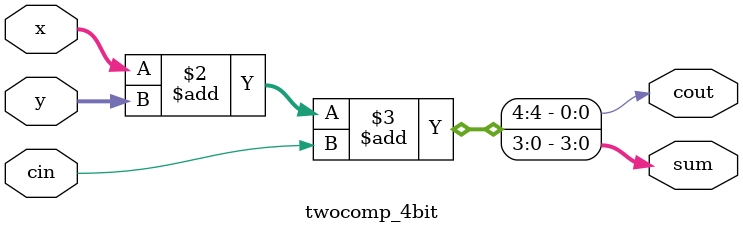
<source format=v>
/*6. Implement a 4-bit two’s complement adder using the expression:
assign t = y ^ {4{c_in}}; assign {c_out, sum} = x + t + c_in;*/


module twocomp_4bit(x,y,cin,sum,cout);
input [3:0]x,y;
input cin;
output [3:0]sum;
output cout;
wire t;
assign t=y^{4{cin}};
assign {cout,sum}=x+y+cin;
endmodule

</source>
